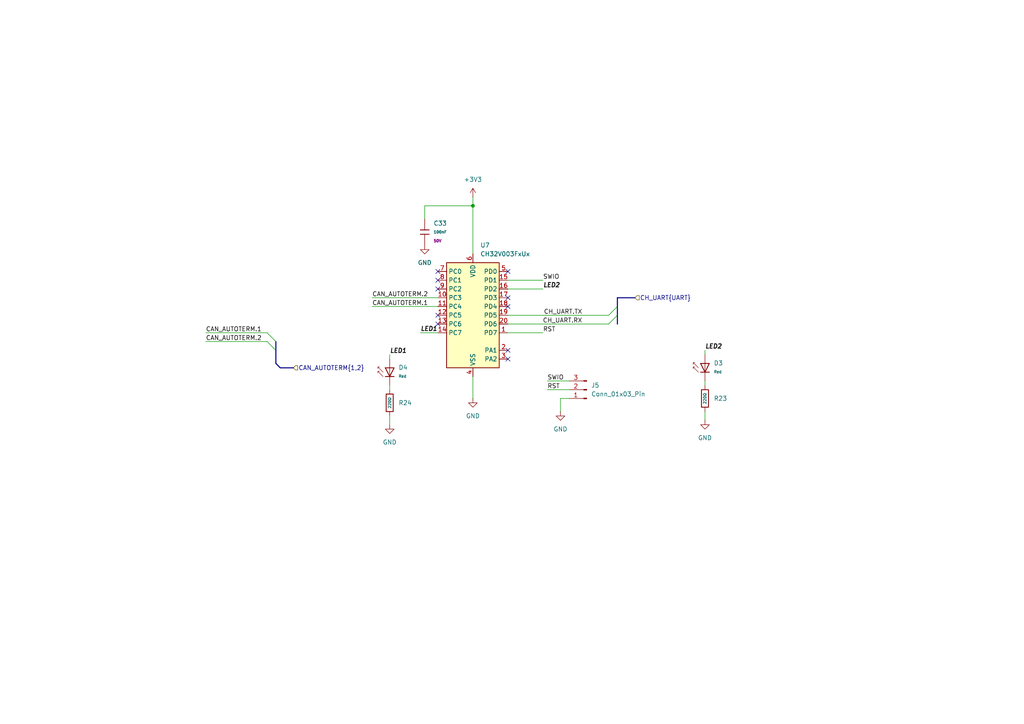
<source format=kicad_sch>
(kicad_sch (version 20250114) (generator "eeschema") (generator_version "9.0")
  (paper "A4")
  (lib_symbols
    (symbol "Connector:Conn_01x03_Pin" (pin_names (offset 1.016) (hide yes))
      (property "Reference" "J" (at 0 5.08 0))
      (property "Value" "Conn_01x03_Pin" (at 0 -5.08 0))
      (symbol "Conn_01x03_Pin_1_1"
        (rectangle (start 0.8636 2.667) (end 0 2.413) (stroke (width 0.1524)) (fill (type outline)))
        (rectangle (start 0.8636 0.127) (end 0 -0.127) (stroke (width 0.1524)) (fill (type outline)))
        (rectangle (start 0.8636 -2.413) (end 0 -2.667) (stroke (width 0.1524)) (fill (type outline)))
        (polyline (pts (xy 1.27 2.54) (xy 0.8636 2.54)) (stroke (width 0.1524)))
        (polyline (pts (xy 1.27 0) (xy 0.8636 0)) (stroke (width 0.1524)))
        (polyline (pts (xy 1.27 -2.54) (xy 0.8636 -2.54)) (stroke (width 0.1524)))
        (pin passive line (at 5.08 2.54 180) (length 3.81) (name "Pin_1") (number "1"))
        (pin passive line (at 5.08 0 180) (length 3.81) (name "Pin_2") (number "2"))
        (pin passive line (at 5.08 -2.54 180) (length 3.81) (name "Pin_3") (number "3"))
      )
    )
    (symbol "MCU_WCH_CH32V0:CH32V003FxUx"
      (property "Reference" "U" (at -7.62 17.78 0))
      (property "Value" "CH32V003FxUx" (at 7.62 17.78 0))
      (symbol "CH32V003FxUx_1_1"
        (rectangle (start -7.62 15.24) (end 7.62 -15.24) (stroke (width 0.254)) (fill (type background)))
        (pin bidirectional line (at -10.16 12.7 0) (length 2.54) (name "PC0") (number "7"))
        (pin bidirectional line (at -10.16 10.16 0) (length 2.54) (name "PC1") (number "8"))
        (pin bidirectional line (at -10.16 7.62 0) (length 2.54) (name "PC2") (number "9"))
        (pin bidirectional line (at -10.16 5.08 0) (length 2.54) (name "PC3") (number "10"))
        (pin bidirectional line (at -10.16 2.54 0) (length 2.54) (name "PC4") (number "11"))
        (pin bidirectional line (at -10.16 0 0) (length 2.54) (name "PC5") (number "12"))
        (pin bidirectional line (at -10.16 -2.54 0) (length 2.54) (name "PC6") (number "13"))
        (pin bidirectional line (at -10.16 -5.08 0) (length 2.54) (name "PC7") (number "14"))
        (pin power_in line (at 0 17.78 270) (length 2.54) (name "VDD") (number "6"))
        (pin passive line (at 0 -17.78 90) (length 2.54) (hide yes) (name "VSS") (number "21"))
        (pin power_in line (at 0 -17.78 90) (length 2.54) (name "VSS") (number "4"))
        (pin bidirectional line (at 10.16 12.7 180) (length 2.54) (name "PD0") (number "5"))
        (pin bidirectional line (at 10.16 10.16 180) (length 2.54) (name "PD1") (number "15"))
        (pin bidirectional line (at 10.16 7.62 180) (length 2.54) (name "PD2") (number "16"))
        (pin bidirectional line (at 10.16 5.08 180) (length 2.54) (name "PD3") (number "17"))
        (pin bidirectional line (at 10.16 2.54 180) (length 2.54) (name "PD4") (number "18"))
        (pin bidirectional line (at 10.16 0 180) (length 2.54) (name "PD5") (number "19"))
        (pin bidirectional line (at 10.16 -2.54 180) (length 2.54) (name "PD6") (number "20"))
        (pin bidirectional line (at 10.16 -5.08 180) (length 2.54) (name "PD7") (number "1"))
        (pin bidirectional line (at 10.16 -10.16 180) (length 2.54) (name "PA1") (number "2"))
        (pin bidirectional line (at 10.16 -12.7 180) (length 2.54) (name "PA2") (number "3"))
      )
    )
    (symbol "PCM_JLCPCB-Capacitors:0402,100nF,(2)" (pin_numbers (hide yes)) (pin_names (offset 0))
      (property "Reference" "C" (at 2.032 1.668 0))
      (property "Value" "100nF" (at 2.032 -0.3782 0))
      (property "Voltage Rated" "50V" (at 2.032 -2.0462 0))
      (symbol "0402,100nF,(2)_0_1"
        (polyline (pts (xy -1.27 0.635) (xy 1.27 0.635)) (stroke (width 0.254)))
        (polyline (pts (xy -1.27 -0.635) (xy 1.27 -0.635)) (stroke (width 0.254)))
      )
      (symbol "0402,100nF,(2)_1_1"
        (pin passive line (at 0 3.81 270) (length 3.175) (name "~") (number "1"))
        (pin passive line (at 0 -3.81 90) (length 3.175) (name "~") (number "2"))
      )
    )
    (symbol "PCM_JLCPCB-Diodes:LED,0603,Red" (pin_numbers (hide yes)) (pin_names (offset 0))
      (property "Reference" "D" (at 2.032 0.834 0))
      (property "Value" "Red" (at 2.032 -1.2122 0))
      (symbol "LED,0603,Red_0_1"
        (polyline (pts (xy -1.905 0) (xy -3.429 1.524) (xy -3.429 1.016) (xy -3.429 1.524) (xy -2.921 1.524)) (stroke (width 0.127)))
        (polyline (pts (xy -1.905 -1.27) (xy -3.429 0.254) (xy -3.429 -0.254) (xy -3.429 0.254) (xy -2.921 0.254)) (stroke (width 0.127)))
        (polyline (pts (xy -1.27 1.27) (xy 0 -1.27) (xy 1.27 1.27) (xy -1.27 1.27)) (stroke (width 0.254)))
        (polyline (pts (xy -1.27 -1.27) (xy 1.27 -1.27)) (stroke (width 0.254)))
      )
      (symbol "LED,0603,Red_1_1"
        (pin passive line (at 0 3.81 270) (length 3.81) (name "~") (number "2"))
        (pin passive line (at 0 -3.81 90) (length 3.81) (name "~") (number "1"))
      )
    )
    (symbol "PCM_JLCPCB-Resistors:0402,220Ω" (pin_numbers (hide yes)) (pin_names (offset 0))
      (property "Reference" "R" (at 1.778 0 0))
      (property "Value" "220Ω" (at 0 0 90))
      (symbol "0402,220Ω_0_1"
        (rectangle (start -1.016 2.54) (end 1.016 -2.54) (stroke (width 0.254)))
      )
      (symbol "0402,220Ω_1_1"
        (pin passive line (at 0 3.81 270) (length 1.27) (name "~") (number "1"))
        (pin passive line (at 0 -3.81 90) (length 1.27) (name "~") (number "2"))
      )
    )
    (symbol "power:+3V3" (power) (pin_numbers (hide yes)) (pin_names (offset 0) (hide yes))
      (property "Value" "+3V3" (at 0 3.556 0))
      (symbol "+3V3_0_1"
        (polyline (pts (xy -0.762 1.27) (xy 0 2.54)))
        (polyline (pts (xy 0 2.54) (xy 0.762 1.27)))
        (polyline (pts (xy 0 0) (xy 0 2.54)))
      )
      (symbol "+3V3_1_1"
        (pin power_in line (at 0 0 90) (length 0) (name "~") (number "1"))
      )
    )
    (symbol "power:GND" (power) (pin_numbers (hide yes)) (pin_names (offset 0) (hide yes))
      (property "Value" "GND" (at 0 -3.81 0))
      (symbol "GND_0_1"
        (polyline (pts (xy 0 0) (xy 0 -1.27) (xy 1.27 -1.27) (xy 0 -2.54) (xy -1.27 -1.27) (xy 0 -1.27)))
      )
      (symbol "GND_1_1"
        (pin power_in line (at 0 0 270) (length 0) (name "~") (number "1"))
      )
    )
  )
  (junction (at 137.16 59.69))
  (no_connect (at 147.32 104.14))
  (no_connect (at 147.32 88.9))
  (no_connect (at 147.32 86.36))
  (no_connect (at 127 78.74))
  (no_connect (at 127 91.44))
  (no_connect (at 127 83.82))
  (no_connect (at 147.32 101.6))
  (no_connect (at 147.32 78.74))
  (no_connect (at 127 93.98))
  (no_connect (at 127 81.28))
  (bus_entry (at 80.01 99.06) (size -2.54 -2.54))
  (bus_entry (at 179.07 88.9) (size -2.54 2.54))
  (bus_entry (at 179.07 91.44) (size -2.54 2.54))
  (bus_entry (at 80.01 101.6) (size -2.54 -2.54))
  (wire (pts (xy 158.75 110.49) (xy 165.1 110.49)))
  (wire (pts (xy 107.95 88.9) (xy 127 88.9)))
  (wire (pts (xy 204.47 101.6) (xy 204.47 102.87)))
  (wire (pts (xy 107.95 86.36) (xy 127 86.36)))
  (wire (pts (xy 113.03 120.65) (xy 113.03 123.19)))
  (wire (pts (xy 147.32 93.98) (xy 176.53 93.98)))
  (wire (pts (xy 137.16 73.66) (xy 137.16 59.69)))
  (wire (pts (xy 158.75 113.03) (xy 165.1 113.03)))
  (bus (pts (xy 80.01 99.06) (xy 80.01 101.6)))
  (wire (pts (xy 147.32 96.52) (xy 157.48 96.52)))
  (wire (pts (xy 162.56 115.57) (xy 162.56 119.38)))
  (wire (pts (xy 204.47 110.49) (xy 204.47 111.76)))
  (wire (pts (xy 147.32 83.82) (xy 157.48 83.82)))
  (wire (pts (xy 147.32 91.44) (xy 176.53 91.44)))
  (wire (pts (xy 165.1 115.57) (xy 162.56 115.57)))
  (wire (pts (xy 113.03 102.87) (xy 113.03 104.14)))
  (bus (pts (xy 179.07 88.9) (xy 179.07 91.44)))
  (bus (pts (xy 80.01 101.6) (xy 80.01 105.41)))
  (wire (pts (xy 59.69 96.52) (xy 77.47 96.52)))
  (bus (pts (xy 81.28 106.68) (xy 85.09 106.68)))
  (wire (pts (xy 113.03 111.76) (xy 113.03 113.03)))
  (bus (pts (xy 179.07 86.36) (xy 179.07 88.9)))
  (bus (pts (xy 184.15 86.36) (xy 179.07 86.36)))
  (wire (pts (xy 137.16 109.22) (xy 137.16 115.57)))
  (wire (pts (xy 147.32 81.28) (xy 157.48 81.28)))
  (wire (pts (xy 204.47 119.38) (xy 204.47 121.92)))
  (wire (pts (xy 137.16 57.15) (xy 137.16 59.69)))
  (wire (pts (xy 59.69 99.06) (xy 77.47 99.06)))
  (bus (pts (xy 80.01 105.41) (xy 81.28 106.68)))
  (wire (pts (xy 123.19 59.69) (xy 123.19 63.5)))
  (wire (pts (xy 121.92 96.52) (xy 127 96.52)))
  (bus (pts (xy 179.07 91.44) (xy 179.07 93.98)))
  (wire (pts (xy 137.16 59.69) (xy 123.19 59.69)))
  (label "RST" (at 158.75 113.03 0))
  (label "LED2" (at 204.47 101.6 0) (effects (font (thickness 0.254) (bold yes) (italic yes))))
  (label "CAN_AUTOTERM.1" (at 59.69 96.52 0) (effects (font (thickness 0.1588))))
  (label "CAN_AUTOTERM.2" (at 107.95 86.36 0) (effects (font (thickness 0.1588))))
  (label "CH_UART.TX" (at 168.91 91.44 180))
  (label "CAN_AUTOTERM.1" (at 107.95 88.9 0) (effects (font (thickness 0.1588))))
  (label "CH_UART.RX" (at 168.91 93.98 180))
  (label "SWIO" (at 157.48 81.28 0))
  (label "CAN_AUTOTERM.2" (at 59.69 99.06 0) (effects (font (thickness 0.1588))))
  (label "LED1" (at 113.03 102.87 0) (effects (font (thickness 0.254) (bold yes) (italic yes))))
  (label "SWIO" (at 158.75 110.49 0))
  (label "LED2" (at 157.48 83.82 0) (effects (font (thickness 0.254) (bold yes) (italic yes))))
  (label "RST" (at 157.48 96.52 0))
  (label "LED1" (at 121.92 96.52 0) (effects (font (thickness 0.254) (bold yes) (italic yes))))
  (hierarchical_label "CAN_AUTOTERM{1,2}" (shape input) (at 85.09 106.68 0) (effects (font (thickness 0.1588))))
  (hierarchical_label "CH_UART{UART}" (shape input) (at 184.15 86.36 0))
  (symbol (lib_id "PCM_JLCPCB-Diodes:LED,0603,Red") (at 113.03 107.95 0) (unit 1)
    (property "Reference" "D4" (at 115.57 106.5846 0) (effects (justify left)))
    (property "Value" "Red" (at 115.57 109.1247 0) (effects (font (size 0.8 0.8)) (justify left)))
    (property "Footprint" "PCM_JLCPCB:D_0603" (effects (hide yes)))
    (property "Datasheet" "https://www.lcsc.com/datasheet/lcsc_datasheet_1810231112_Hubei-KENTO-Elec-KT-0603R_C2286.pdf" (effects (hide yes)))
    (property "Description" "-40°C~+85°C Red 0603 LED Indication - Discrete ROHS" (effects (hide yes)))
    (property "LCSC" "C2286" (effects (hide yes)))
    (property "Stock" "2382519" (effects (hide yes)))
    (property "Price" "0.009USD" (effects (hide yes)))
    (property "Process" "SMT" (effects (hide yes)))
    (property "Minimum Qty" "20" (effects (hide yes)))
    (property "Attrition Qty" "6" (effects (hide yes)))
    (property "Class" "Basic Component" (effects (hide yes)))
    (property "Category" "Optocouplers & LEDs & Infrared,Light Emitting Diodes (LED)" (effects (hide yes)))
    (property "Manufacturer" "Hubei KENTO Elec" (effects (hide yes)))
    (property "Part" "KT-0603R" (effects (hide yes)))
  )
  (symbol (lib_id "PCM_JLCPCB-Diodes:LED,0603,Red") (at 204.47 106.68 0) (unit 1)
    (property "Reference" "D3" (at 207.01 105.3146 0) (effects (justify left)))
    (property "Value" "Red" (at 207.01 107.8547 0) (effects (font (size 0.8 0.8)) (justify left)))
    (property "Footprint" "PCM_JLCPCB:D_0603" (effects (hide yes)))
    (property "Datasheet" "https://www.lcsc.com/datasheet/lcsc_datasheet_1810231112_Hubei-KENTO-Elec-KT-0603R_C2286.pdf" (effects (hide yes)))
    (property "Description" "-40°C~+85°C Red 0603 LED Indication - Discrete ROHS" (effects (hide yes)))
    (property "LCSC" "C2286" (effects (hide yes)))
    (property "Stock" "2382519" (effects (hide yes)))
    (property "Price" "0.009USD" (effects (hide yes)))
    (property "Process" "SMT" (effects (hide yes)))
    (property "Minimum Qty" "20" (effects (hide yes)))
    (property "Attrition Qty" "6" (effects (hide yes)))
    (property "Class" "Basic Component" (effects (hide yes)))
    (property "Category" "Optocouplers & LEDs & Infrared,Light Emitting Diodes (LED)" (effects (hide yes)))
    (property "Manufacturer" "Hubei KENTO Elec" (effects (hide yes)))
    (property "Part" "KT-0603R" (effects (hide yes)))
  )
  (symbol (lib_id "power:GND") (at 137.16 115.57 0) (unit 1)
    (property "Reference" "#PWR069" (effects (hide yes)))
    (property "Value" "GND" (at 137.16 120.65 0))
    (property "Description" "Power symbol creates a global label with name \"GND\" , ground" (effects (hide yes)))
  )
  (symbol (lib_id "MCU_WCH_CH32V0:CH32V003FxUx") (at 137.16 91.44 0) (unit 1)
    (property "Reference" "U7" (at 139.3033 71.12 0) (effects (justify left)))
    (property "Value" "CH32V003FxUx" (at 139.3033 73.66 0) (effects (justify left)))
    (property "Footprint" "Package_DFN_QFN:QFN-20-1EP_3x3mm_P0.4mm_EP1.65x1.65mm" (effects (hide yes)))
    (property "Datasheet" "https://www.wch-ic.com/products/CH32V003.html" (effects (hide yes)))
    (property "Description" "CH32V003 series are industrial-grade general-purpose microcontrollers designed based on 32-bit RISC-V instruction set and architecture. It adopts QingKe V2A core, RV32EC instruction set, and supports 2 levels of interrupt nesting. The series are mounted with rich peripheral interfaces and function modules. Its internal organizational structure meets the low-cost and low-power embedded application scenarios." (effects (hide yes)))
  )
  (symbol (lib_id "power:+3V3") (at 137.16 57.15 0) (unit 1)
    (property "Reference" "#PWR070" (effects (hide yes)))
    (property "Value" "+3V3" (at 137.16 52.07 0))
    (property "Description" "Power symbol creates a global label with name \"+3V3\"" (effects (hide yes)))
  )
  (symbol (lib_id "PCM_JLCPCB-Capacitors:0402,100nF,(2)") (at 123.19 67.31 0) (unit 1)
    (property "Reference" "C33" (at 125.73 64.7699 0) (effects (justify left)))
    (property "Value" "100nF" (at 125.73 67.31 0) (effects (font (size 0.8 0.8)) (justify left)))
    (property "Footprint" "PCM_JLCPCB:C_0402" (effects (hide yes)))
    (property "Datasheet" "https://www.lcsc.com/datasheet/lcsc_datasheet_2304140030_Samsung-Electro-Mechanics-CL05B104KB54PNC_C307331.pdf" (effects (hide yes)))
    (property "Description" "50V 100nF X7R ±10% 0402 Multilayer Ceramic Capacitors MLCC - SMD/SMT ROHS" (effects (hide yes)))
    (property "LCSC" "C307331" (effects (hide yes)))
    (property "Stock" "5475927" (effects (hide yes)))
    (property "Price" "0.008USD" (effects (hide yes)))
    (property "Process" "SMT" (effects (hide yes)))
    (property "Minimum Qty" "20" (effects (hide yes)))
    (property "Attrition Qty" "10" (effects (hide yes)))
    (property "Class" "Basic Component" (effects (hide yes)))
    (property "Category" "Capacitors,Multilayer Ceramic Capacitors MLCC - SMD/SMT" (effects (hide yes)))
    (property "Manufacturer" "Samsung Electro-Mechanics" (effects (hide yes)))
    (property "Part" "CL05B104KB54PNC" (effects (hide yes)))
    (property "Voltage Rated" "50V" (at 125.73 69.85 0) (effects (font (size 0.8 0.8)) (justify left)))
    (property "Tolerance" "±10%" (effects (hide yes)))
    (property "Capacitance" "100nF" (effects (hide yes)))
    (property "Temperature Coefficient" "X7R" (effects (hide yes)))
  )
  (symbol (lib_id "power:GND") (at 204.47 121.92 0) (unit 1)
    (property "Reference" "#PWR083" (effects (hide yes)))
    (property "Value" "GND" (at 204.47 127 0))
    (property "Description" "Power symbol creates a global label with name \"GND\" , ground" (effects (hide yes)))
  )
  (symbol (lib_id "Connector:Conn_01x03_Pin") (at 170.18 113.03 180) (unit 1)
    (property "Reference" "J5" (at 171.45 111.7599 0) (effects (justify right)))
    (property "Value" "Conn_01x03_Pin" (at 171.45 114.2999 0) (effects (justify right)))
    (property "Footprint" "Connector_PinHeader_1.27mm:PinHeader_1x03_P1.27mm_Vertical" (effects (hide yes)))
    (property "Description" "Generic connector, single row, 01x03, script generated" (effects (hide yes)))
  )
  (symbol (lib_id "power:GND") (at 162.56 119.38 0) (unit 1)
    (property "Reference" "#PWR072" (effects (hide yes)))
    (property "Value" "GND" (at 162.56 124.46 0))
    (property "Description" "Power symbol creates a global label with name \"GND\" , ground" (effects (hide yes)))
  )
  (symbol (lib_id "power:GND") (at 113.03 123.19 0) (unit 1)
    (property "Reference" "#PWR071" (effects (hide yes)))
    (property "Value" "GND" (at 113.03 128.27 0))
    (property "Description" "Power symbol creates a global label with name \"GND\" , ground" (effects (hide yes)))
  )
  (symbol (lib_id "PCM_JLCPCB-Resistors:0402,220Ω") (at 113.03 116.84 0) (unit 1)
    (property "Reference" "R24" (at 115.57 116.8399 0) (effects (justify left)))
    (property "Value" "220Ω" (at 113.03 116.84 90) (effects (font (size 0.8 0.8))))
    (property "Footprint" "PCM_JLCPCB:R_0402" (effects (hide yes)))
    (property "Datasheet" "https://www.lcsc.com/datasheet/lcsc_datasheet_2205311900_UNI-ROYAL-Uniroyal-Elec-0402WGF2200TCE_C25091.pdf" (effects (hide yes)))
    (property "Description" "62.5mW Thick Film Resistors 50V ±100ppm/°C ±1% 220Ω 0402 Chip Resistor - Surface Mount ROHS" (effects (hide yes)))
    (property "LCSC" "C25091" (effects (hide yes)))
    (property "Stock" "617243" (effects (hide yes)))
    (property "Price" "0.004USD" (effects (hide yes)))
    (property "Process" "SMT" (effects (hide yes)))
    (property "Minimum Qty" "20" (effects (hide yes)))
    (property "Attrition Qty" "10" (effects (hide yes)))
    (property "Class" "Basic Component" (effects (hide yes)))
    (property "Category" "Resistors,Chip Resistor - Surface Mount" (effects (hide yes)))
    (property "Manufacturer" "UNI-ROYAL(Uniroyal Elec)" (effects (hide yes)))
    (property "Part" "0402WGF2200TCE" (effects (hide yes)))
    (property "Resistance" "220Ω" (effects (hide yes)))
    (property "Power(Watts)" "62.5mW" (effects (hide yes)))
    (property "Type" "Thick Film Resistors" (effects (hide yes)))
    (property "Overload Voltage (Max)" "50V" (effects (hide yes)))
    (property "Operating Temperature Range" "-55°C~+155°C" (effects (hide yes)))
    (property "Tolerance" "±1%" (effects (hide yes)))
    (property "Temperature Coefficient" "±100ppm/°C" (effects (hide yes)))
  )
  (symbol (lib_id "power:GND") (at 123.19 71.12 0) (unit 1)
    (property "Reference" "#PWR068" (effects (hide yes)))
    (property "Value" "GND" (at 123.19 76.2 0))
    (property "Description" "Power symbol creates a global label with name \"GND\" , ground" (effects (hide yes)))
  )
  (symbol (lib_id "PCM_JLCPCB-Resistors:0402,220Ω") (at 204.47 115.57 0) (unit 1)
    (property "Reference" "R23" (at 207.01 115.5699 0) (effects (justify left)))
    (property "Value" "220Ω" (at 204.47 115.57 90) (effects (font (size 0.8 0.8))))
    (property "Footprint" "PCM_JLCPCB:R_0402" (effects (hide yes)))
    (property "Datasheet" "https://www.lcsc.com/datasheet/lcsc_datasheet_2205311900_UNI-ROYAL-Uniroyal-Elec-0402WGF2200TCE_C25091.pdf" (effects (hide yes)))
    (property "Description" "62.5mW Thick Film Resistors 50V ±100ppm/°C ±1% 220Ω 0402 Chip Resistor - Surface Mount ROHS" (effects (hide yes)))
    (property "LCSC" "C25091" (effects (hide yes)))
    (property "Stock" "617243" (effects (hide yes)))
    (property "Price" "0.004USD" (effects (hide yes)))
    (property "Process" "SMT" (effects (hide yes)))
    (property "Minimum Qty" "20" (effects (hide yes)))
    (property "Attrition Qty" "10" (effects (hide yes)))
    (property "Class" "Basic Component" (effects (hide yes)))
    (property "Category" "Resistors,Chip Resistor - Surface Mount" (effects (hide yes)))
    (property "Manufacturer" "UNI-ROYAL(Uniroyal Elec)" (effects (hide yes)))
    (property "Part" "0402WGF2200TCE" (effects (hide yes)))
    (property "Resistance" "220Ω" (effects (hide yes)))
    (property "Power(Watts)" "62.5mW" (effects (hide yes)))
    (property "Type" "Thick Film Resistors" (effects (hide yes)))
    (property "Overload Voltage (Max)" "50V" (effects (hide yes)))
    (property "Operating Temperature Range" "-55°C~+155°C" (effects (hide yes)))
    (property "Tolerance" "±1%" (effects (hide yes)))
    (property "Temperature Coefficient" "±100ppm/°C" (effects (hide yes)))
  )
)
</source>
